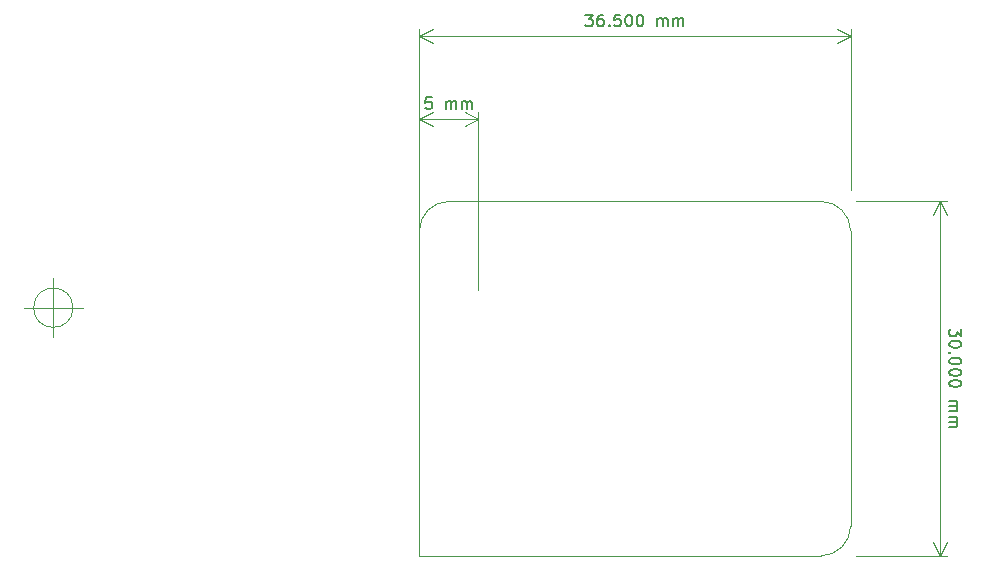
<source format=gbr>
G04 #@! TF.GenerationSoftware,KiCad,Pcbnew,5.1.2*
G04 #@! TF.CreationDate,2019-05-24T19:47:36-03:00*
G04 #@! TF.ProjectId,ouroboros,6f75726f-626f-4726-9f73-2e6b69636164,rev?*
G04 #@! TF.SameCoordinates,Original*
G04 #@! TF.FileFunction,Drawing*
%FSLAX46Y46*%
G04 Gerber Fmt 4.6, Leading zero omitted, Abs format (unit mm)*
G04 Created by KiCad (PCBNEW 5.1.2) date 2019-05-24 19:47:36*
%MOMM*%
%LPD*%
G04 APERTURE LIST*
%ADD10C,0.150000*%
%ADD11C,0.120000*%
%ADD12C,0.050000*%
G04 APERTURE END LIST*
D10*
X90023809Y-50182380D02*
X89547619Y-50182380D01*
X89500000Y-50658571D01*
X89547619Y-50610952D01*
X89642857Y-50563333D01*
X89880952Y-50563333D01*
X89976190Y-50610952D01*
X90023809Y-50658571D01*
X90071428Y-50753809D01*
X90071428Y-50991904D01*
X90023809Y-51087142D01*
X89976190Y-51134761D01*
X89880952Y-51182380D01*
X89642857Y-51182380D01*
X89547619Y-51134761D01*
X89500000Y-51087142D01*
X91261904Y-51182380D02*
X91261904Y-50515714D01*
X91261904Y-50610952D02*
X91309523Y-50563333D01*
X91404761Y-50515714D01*
X91547619Y-50515714D01*
X91642857Y-50563333D01*
X91690476Y-50658571D01*
X91690476Y-51182380D01*
X91690476Y-50658571D02*
X91738095Y-50563333D01*
X91833333Y-50515714D01*
X91976190Y-50515714D01*
X92071428Y-50563333D01*
X92119047Y-50658571D01*
X92119047Y-51182380D01*
X92595238Y-51182380D02*
X92595238Y-50515714D01*
X92595238Y-50610952D02*
X92642857Y-50563333D01*
X92738095Y-50515714D01*
X92880952Y-50515714D01*
X92976190Y-50563333D01*
X93023809Y-50658571D01*
X93023809Y-51182380D01*
X93023809Y-50658571D02*
X93071428Y-50563333D01*
X93166666Y-50515714D01*
X93309523Y-50515714D01*
X93404761Y-50563333D01*
X93452380Y-50658571D01*
X93452380Y-51182380D01*
D11*
X94000000Y-52000000D02*
X89000000Y-52000000D01*
X94000000Y-66500000D02*
X94000000Y-51413579D01*
X89000000Y-66500000D02*
X89000000Y-51413579D01*
X89000000Y-52000000D02*
X90126504Y-51413579D01*
X89000000Y-52000000D02*
X90126504Y-52586421D01*
X94000000Y-52000000D02*
X92873496Y-51413579D01*
X94000000Y-52000000D02*
X92873496Y-52586421D01*
X123000000Y-59000000D02*
G75*
G02X125500000Y-61500000I0J-2500000D01*
G01*
X125500000Y-86500000D02*
G75*
G02X123000000Y-89000000I-2500000J0D01*
G01*
X89000000Y-61500000D02*
G75*
G02X91500000Y-59000000I2500000J0D01*
G01*
D12*
X59666666Y-68000000D02*
G75*
G03X59666666Y-68000000I-1666666J0D01*
G01*
X55500000Y-68000000D02*
X60500000Y-68000000D01*
X58000000Y-65500000D02*
X58000000Y-70500000D01*
D10*
X103059523Y-43182380D02*
X103678571Y-43182380D01*
X103345238Y-43563333D01*
X103488095Y-43563333D01*
X103583333Y-43610952D01*
X103630952Y-43658571D01*
X103678571Y-43753809D01*
X103678571Y-43991904D01*
X103630952Y-44087142D01*
X103583333Y-44134761D01*
X103488095Y-44182380D01*
X103202380Y-44182380D01*
X103107142Y-44134761D01*
X103059523Y-44087142D01*
X104535714Y-43182380D02*
X104345238Y-43182380D01*
X104250000Y-43230000D01*
X104202380Y-43277619D01*
X104107142Y-43420476D01*
X104059523Y-43610952D01*
X104059523Y-43991904D01*
X104107142Y-44087142D01*
X104154761Y-44134761D01*
X104250000Y-44182380D01*
X104440476Y-44182380D01*
X104535714Y-44134761D01*
X104583333Y-44087142D01*
X104630952Y-43991904D01*
X104630952Y-43753809D01*
X104583333Y-43658571D01*
X104535714Y-43610952D01*
X104440476Y-43563333D01*
X104250000Y-43563333D01*
X104154761Y-43610952D01*
X104107142Y-43658571D01*
X104059523Y-43753809D01*
X105059523Y-44087142D02*
X105107142Y-44134761D01*
X105059523Y-44182380D01*
X105011904Y-44134761D01*
X105059523Y-44087142D01*
X105059523Y-44182380D01*
X106011904Y-43182380D02*
X105535714Y-43182380D01*
X105488095Y-43658571D01*
X105535714Y-43610952D01*
X105630952Y-43563333D01*
X105869047Y-43563333D01*
X105964285Y-43610952D01*
X106011904Y-43658571D01*
X106059523Y-43753809D01*
X106059523Y-43991904D01*
X106011904Y-44087142D01*
X105964285Y-44134761D01*
X105869047Y-44182380D01*
X105630952Y-44182380D01*
X105535714Y-44134761D01*
X105488095Y-44087142D01*
X106678571Y-43182380D02*
X106773809Y-43182380D01*
X106869047Y-43230000D01*
X106916666Y-43277619D01*
X106964285Y-43372857D01*
X107011904Y-43563333D01*
X107011904Y-43801428D01*
X106964285Y-43991904D01*
X106916666Y-44087142D01*
X106869047Y-44134761D01*
X106773809Y-44182380D01*
X106678571Y-44182380D01*
X106583333Y-44134761D01*
X106535714Y-44087142D01*
X106488095Y-43991904D01*
X106440476Y-43801428D01*
X106440476Y-43563333D01*
X106488095Y-43372857D01*
X106535714Y-43277619D01*
X106583333Y-43230000D01*
X106678571Y-43182380D01*
X107630952Y-43182380D02*
X107726190Y-43182380D01*
X107821428Y-43230000D01*
X107869047Y-43277619D01*
X107916666Y-43372857D01*
X107964285Y-43563333D01*
X107964285Y-43801428D01*
X107916666Y-43991904D01*
X107869047Y-44087142D01*
X107821428Y-44134761D01*
X107726190Y-44182380D01*
X107630952Y-44182380D01*
X107535714Y-44134761D01*
X107488095Y-44087142D01*
X107440476Y-43991904D01*
X107392857Y-43801428D01*
X107392857Y-43563333D01*
X107440476Y-43372857D01*
X107488095Y-43277619D01*
X107535714Y-43230000D01*
X107630952Y-43182380D01*
X109154761Y-44182380D02*
X109154761Y-43515714D01*
X109154761Y-43610952D02*
X109202380Y-43563333D01*
X109297619Y-43515714D01*
X109440476Y-43515714D01*
X109535714Y-43563333D01*
X109583333Y-43658571D01*
X109583333Y-44182380D01*
X109583333Y-43658571D02*
X109630952Y-43563333D01*
X109726190Y-43515714D01*
X109869047Y-43515714D01*
X109964285Y-43563333D01*
X110011904Y-43658571D01*
X110011904Y-44182380D01*
X110488095Y-44182380D02*
X110488095Y-43515714D01*
X110488095Y-43610952D02*
X110535714Y-43563333D01*
X110630952Y-43515714D01*
X110773809Y-43515714D01*
X110869047Y-43563333D01*
X110916666Y-43658571D01*
X110916666Y-44182380D01*
X110916666Y-43658571D02*
X110964285Y-43563333D01*
X111059523Y-43515714D01*
X111202380Y-43515714D01*
X111297619Y-43563333D01*
X111345238Y-43658571D01*
X111345238Y-44182380D01*
D11*
X125500000Y-45000000D02*
X89000000Y-45000000D01*
X125500000Y-58000000D02*
X125500000Y-44413579D01*
X89000000Y-58000000D02*
X89000000Y-44413579D01*
X89000000Y-45000000D02*
X90126504Y-44413579D01*
X89000000Y-45000000D02*
X90126504Y-45586421D01*
X125500000Y-45000000D02*
X124373496Y-44413579D01*
X125500000Y-45000000D02*
X124373496Y-45586421D01*
D10*
X134867619Y-69809523D02*
X134867619Y-70428571D01*
X134486666Y-70095238D01*
X134486666Y-70238095D01*
X134439047Y-70333333D01*
X134391428Y-70380952D01*
X134296190Y-70428571D01*
X134058095Y-70428571D01*
X133962857Y-70380952D01*
X133915238Y-70333333D01*
X133867619Y-70238095D01*
X133867619Y-69952380D01*
X133915238Y-69857142D01*
X133962857Y-69809523D01*
X134867619Y-71047619D02*
X134867619Y-71142857D01*
X134820000Y-71238095D01*
X134772380Y-71285714D01*
X134677142Y-71333333D01*
X134486666Y-71380952D01*
X134248571Y-71380952D01*
X134058095Y-71333333D01*
X133962857Y-71285714D01*
X133915238Y-71238095D01*
X133867619Y-71142857D01*
X133867619Y-71047619D01*
X133915238Y-70952380D01*
X133962857Y-70904761D01*
X134058095Y-70857142D01*
X134248571Y-70809523D01*
X134486666Y-70809523D01*
X134677142Y-70857142D01*
X134772380Y-70904761D01*
X134820000Y-70952380D01*
X134867619Y-71047619D01*
X133962857Y-71809523D02*
X133915238Y-71857142D01*
X133867619Y-71809523D01*
X133915238Y-71761904D01*
X133962857Y-71809523D01*
X133867619Y-71809523D01*
X134867619Y-72476190D02*
X134867619Y-72571428D01*
X134820000Y-72666666D01*
X134772380Y-72714285D01*
X134677142Y-72761904D01*
X134486666Y-72809523D01*
X134248571Y-72809523D01*
X134058095Y-72761904D01*
X133962857Y-72714285D01*
X133915238Y-72666666D01*
X133867619Y-72571428D01*
X133867619Y-72476190D01*
X133915238Y-72380952D01*
X133962857Y-72333333D01*
X134058095Y-72285714D01*
X134248571Y-72238095D01*
X134486666Y-72238095D01*
X134677142Y-72285714D01*
X134772380Y-72333333D01*
X134820000Y-72380952D01*
X134867619Y-72476190D01*
X134867619Y-73428571D02*
X134867619Y-73523809D01*
X134820000Y-73619047D01*
X134772380Y-73666666D01*
X134677142Y-73714285D01*
X134486666Y-73761904D01*
X134248571Y-73761904D01*
X134058095Y-73714285D01*
X133962857Y-73666666D01*
X133915238Y-73619047D01*
X133867619Y-73523809D01*
X133867619Y-73428571D01*
X133915238Y-73333333D01*
X133962857Y-73285714D01*
X134058095Y-73238095D01*
X134248571Y-73190476D01*
X134486666Y-73190476D01*
X134677142Y-73238095D01*
X134772380Y-73285714D01*
X134820000Y-73333333D01*
X134867619Y-73428571D01*
X134867619Y-74380952D02*
X134867619Y-74476190D01*
X134820000Y-74571428D01*
X134772380Y-74619047D01*
X134677142Y-74666666D01*
X134486666Y-74714285D01*
X134248571Y-74714285D01*
X134058095Y-74666666D01*
X133962857Y-74619047D01*
X133915238Y-74571428D01*
X133867619Y-74476190D01*
X133867619Y-74380952D01*
X133915238Y-74285714D01*
X133962857Y-74238095D01*
X134058095Y-74190476D01*
X134248571Y-74142857D01*
X134486666Y-74142857D01*
X134677142Y-74190476D01*
X134772380Y-74238095D01*
X134820000Y-74285714D01*
X134867619Y-74380952D01*
X133867619Y-75904761D02*
X134534285Y-75904761D01*
X134439047Y-75904761D02*
X134486666Y-75952380D01*
X134534285Y-76047619D01*
X134534285Y-76190476D01*
X134486666Y-76285714D01*
X134391428Y-76333333D01*
X133867619Y-76333333D01*
X134391428Y-76333333D02*
X134486666Y-76380952D01*
X134534285Y-76476190D01*
X134534285Y-76619047D01*
X134486666Y-76714285D01*
X134391428Y-76761904D01*
X133867619Y-76761904D01*
X133867619Y-77238095D02*
X134534285Y-77238095D01*
X134439047Y-77238095D02*
X134486666Y-77285714D01*
X134534285Y-77380952D01*
X134534285Y-77523809D01*
X134486666Y-77619047D01*
X134391428Y-77666666D01*
X133867619Y-77666666D01*
X134391428Y-77666666D02*
X134486666Y-77714285D01*
X134534285Y-77809523D01*
X134534285Y-77952380D01*
X134486666Y-78047619D01*
X134391428Y-78095238D01*
X133867619Y-78095238D01*
D11*
X133050000Y-59000000D02*
X133050000Y-89000000D01*
X126000000Y-59000000D02*
X133636421Y-59000000D01*
X126000000Y-89000000D02*
X133636421Y-89000000D01*
X133050000Y-89000000D02*
X132463579Y-87873496D01*
X133050000Y-89000000D02*
X133636421Y-87873496D01*
X133050000Y-59000000D02*
X132463579Y-60126504D01*
X133050000Y-59000000D02*
X133636421Y-60126504D01*
X89000000Y-89000000D02*
X89000000Y-61500000D01*
X123000000Y-89000000D02*
X89000000Y-89000000D01*
X125500000Y-61500000D02*
X125500000Y-86500000D01*
X91500000Y-59000000D02*
X123000000Y-59000000D01*
M02*

</source>
